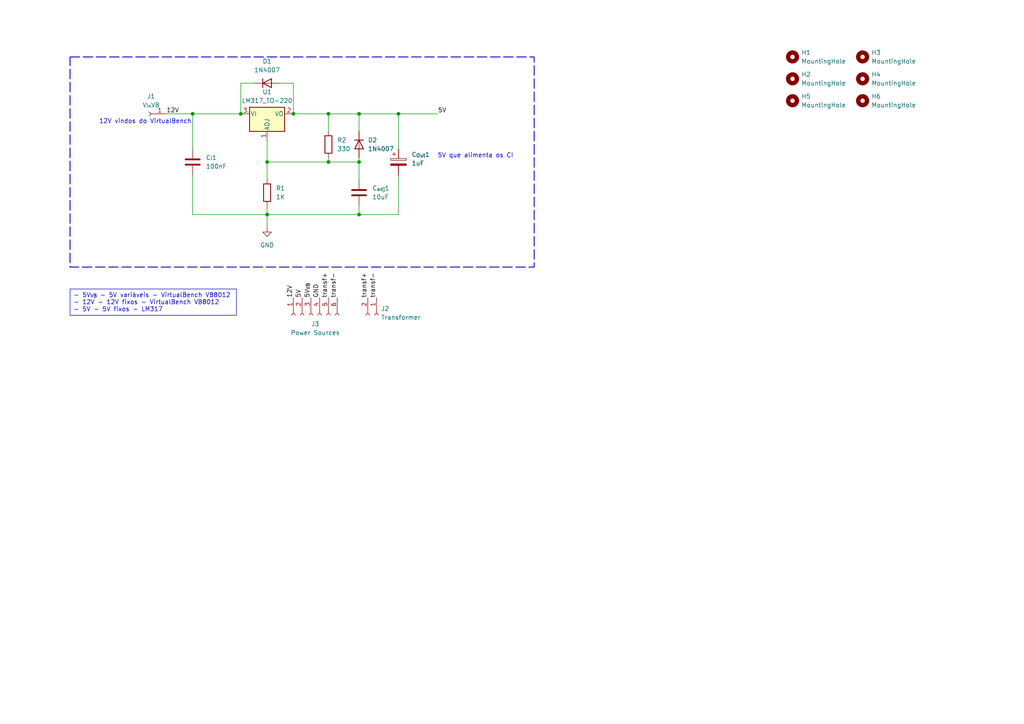
<source format=kicad_sch>
(kicad_sch (version 20231120) (generator "eeschema") (generator_version "8.0")
  (paper "A4")
  (lib_symbols
    (symbol "Connector:Conn_01x01_Socket" (pin_names (offset 1.016) hide)
      (property "Reference" "J" (at 0 2.54 0))
      (property "Value" "Conn_01x01_Socket" (at 0 -2.54 0))
      (symbol "Conn_01x01_Socket_1_1"
        (polyline (pts (xy -1.27 0) (xy -0.508 0)) (stroke (width 0.1524)))
        (arc (start 0 0.508) (mid -0.5058 0) (end 0 -0.508) (stroke (width 0.1524)))
        (pin passive line (at -5.08 0 0) (length 3.81) (name "Pin_1") (number "1"))
      )
    )
    (symbol "Connector:Conn_01x02_Socket" (pin_names (offset 1.016) hide)
      (property "Reference" "J" (at 0 2.54 0))
      (property "Value" "Conn_01x02_Socket" (at 0 -5.08 0))
      (symbol "Conn_01x02_Socket_1_1"
        (arc (start 0 -2.032) (mid -0.5058 -2.54) (end 0 -3.048) (stroke (width 0.1524)))
        (polyline (pts (xy -1.27 -2.54) (xy -0.508 -2.54)) (stroke (width 0.1524)))
        (polyline (pts (xy -1.27 0) (xy -0.508 0)) (stroke (width 0.1524)))
        (arc (start 0 0.508) (mid -0.5058 0) (end 0 -0.508) (stroke (width 0.1524)))
        (pin passive line (at -5.08 0 0) (length 3.81) (name "Pin_1") (number "1"))
        (pin passive line (at -5.08 -2.54 0) (length 3.81) (name "Pin_2") (number "2"))
      )
    )
    (symbol "Connector:Conn_01x06_Socket" (pin_names (offset 1.016) hide)
      (property "Reference" "J" (at 0 7.62 0))
      (property "Value" "Conn_01x06_Socket" (at 0 -10.16 0))
      (symbol "Conn_01x06_Socket_1_1"
        (arc (start 0 -7.112) (mid -0.5058 -7.62) (end 0 -8.128) (stroke (width 0.1524)))
        (arc (start 0 -4.572) (mid -0.5058 -5.08) (end 0 -5.588) (stroke (width 0.1524)))
        (arc (start 0 -2.032) (mid -0.5058 -2.54) (end 0 -3.048) (stroke (width 0.1524)))
        (polyline (pts (xy -1.27 -7.62) (xy -0.508 -7.62)) (stroke (width 0.1524)))
        (polyline (pts (xy -1.27 -5.08) (xy -0.508 -5.08)) (stroke (width 0.1524)))
        (polyline (pts (xy -1.27 -2.54) (xy -0.508 -2.54)) (stroke (width 0.1524)))
        (polyline (pts (xy -1.27 0) (xy -0.508 0)) (stroke (width 0.1524)))
        (polyline (pts (xy -1.27 2.54) (xy -0.508 2.54)) (stroke (width 0.1524)))
        (polyline (pts (xy -1.27 5.08) (xy -0.508 5.08)) (stroke (width 0.1524)))
        (arc (start 0 0.508) (mid -0.5058 0) (end 0 -0.508) (stroke (width 0.1524)))
        (arc (start 0 3.048) (mid -0.5058 2.54) (end 0 2.032) (stroke (width 0.1524)))
        (arc (start 0 5.588) (mid -0.5058 5.08) (end 0 4.572) (stroke (width 0.1524)))
        (pin passive line (at -5.08 5.08 0) (length 3.81) (name "Pin_1") (number "1"))
        (pin passive line (at -5.08 2.54 0) (length 3.81) (name "Pin_2") (number "2"))
        (pin passive line (at -5.08 0 0) (length 3.81) (name "Pin_3") (number "3"))
        (pin passive line (at -5.08 -2.54 0) (length 3.81) (name "Pin_4") (number "4"))
        (pin passive line (at -5.08 -5.08 0) (length 3.81) (name "Pin_5") (number "5"))
        (pin passive line (at -5.08 -7.62 0) (length 3.81) (name "Pin_6") (number "6"))
      )
    )
    (symbol "Device:C" (pin_numbers hide) (pin_names (offset 0.254))
      (property "Reference" "C" (at 0.635 2.54 0))
      (property "Value" "C" (at 0.635 -2.54 0))
      (symbol "C_0_1"
        (polyline (pts (xy -2.032 -0.762) (xy 2.032 -0.762)) (stroke (width 0.508)))
        (polyline (pts (xy -2.032 0.762) (xy 2.032 0.762)) (stroke (width 0.508)))
      )
      (symbol "C_1_1"
        (pin passive line (at 0 3.81 270) (length 2.794) (name "~") (number "1"))
        (pin passive line (at 0 -3.81 90) (length 2.794) (name "~") (number "2"))
      )
    )
    (symbol "Device:C_Polarized" (pin_numbers hide) (pin_names (offset 0.254))
      (property "Reference" "C" (at 0.635 2.54 0))
      (property "Value" "C_Polarized" (at 0.635 -2.54 0))
      (symbol "C_Polarized_0_1"
        (rectangle (start -2.286 0.508) (end 2.286 1.016))
        (polyline (pts (xy -1.778 2.286) (xy -0.762 2.286)))
        (polyline (pts (xy -1.27 2.794) (xy -1.27 1.778)))
        (rectangle (start 2.286 -0.508) (end -2.286 -1.016) (fill (type outline)))
      )
      (symbol "C_Polarized_1_1"
        (pin passive line (at 0 3.81 270) (length 2.794) (name "~") (number "1"))
        (pin passive line (at 0 -3.81 90) (length 2.794) (name "~") (number "2"))
      )
    )
    (symbol "Device:R" (pin_numbers hide) (pin_names (offset 0))
      (property "Reference" "R" (at 2.032 0 90))
      (property "Value" "R" (at 0 0 90))
      (symbol "R_0_1"
        (rectangle (start -1.016 -2.54) (end 1.016 2.54) (stroke (width 0.254)))
      )
      (symbol "R_1_1"
        (pin passive line (at 0 3.81 270) (length 1.27) (name "~") (number "1"))
        (pin passive line (at 0 -3.81 90) (length 1.27) (name "~") (number "2"))
      )
    )
    (symbol "Diode:1N4007" (pin_numbers hide) (pin_names hide)
      (property "Reference" "D" (at 0 2.54 0))
      (property "Value" "1N4007" (at 0 -2.54 0))
      (symbol "1N4007_0_1"
        (polyline (pts (xy -1.27 1.27) (xy -1.27 -1.27)) (stroke (width 0.254)))
        (polyline (pts (xy 1.27 0) (xy -1.27 0)))
        (polyline (pts (xy 1.27 1.27) (xy 1.27 -1.27) (xy -1.27 0) (xy 1.27 1.27)) (stroke (width 0.254)))
      )
      (symbol "1N4007_1_1"
        (pin passive line (at -3.81 0 0) (length 2.54) (name "K") (number "1"))
        (pin passive line (at 3.81 0 180) (length 2.54) (name "A") (number "2"))
      )
    )
    (symbol "Mechanical:MountingHole" (pin_names (offset 1.016)) (exclude_from_sim yes) (in_bom no)
      (property "Reference" "H" (at 0 5.08 0))
      (property "Value" "MountingHole" (at 0 3.175 0))
      (symbol "MountingHole_0_1"
        (circle (center 0 0) (radius 1.27) (stroke (width 1.27)))
      )
    )
    (symbol "Regulator_Linear:LM317_TO-220" (pin_names (offset 0.254))
      (property "Reference" "U" (at -3.81 3.175 0))
      (property "Value" "LM317_TO-220" (at 0 3.175 0))
      (symbol "LM317_TO-220_0_1"
        (rectangle (start -5.08 1.905) (end 5.08 -5.08) (stroke (width 0.254)) (fill (type background)))
      )
      (symbol "LM317_TO-220_1_1"
        (pin input line (at 0 -7.62 90) (length 2.54) (name "ADJ") (number "1"))
        (pin power_out line (at 7.62 0 180) (length 2.54) (name "VO") (number "2"))
        (pin power_in line (at -7.62 0 0) (length 2.54) (name "VI") (number "3"))
      )
    )
    (symbol "power:GND" (power) (pin_numbers hide) (pin_names (offset 0) hide)
      (property "Value" "GND" (at 0 -3.81 0))
      (symbol "GND_0_1"
        (polyline (pts (xy 0 0) (xy 0 -1.27) (xy 1.27 -1.27) (xy 0 -2.54) (xy -1.27 -1.27) (xy 0 -1.27)))
      )
      (symbol "GND_1_1"
        (pin power_in line (at 0 0 270) (length 0) (name "~") (number "1"))
      )
    )
  )
  (junction (at 69.85 33.02))
  (junction (at 95.25 46.99))
  (junction (at 77.47 46.99))
  (junction (at 104.14 62.23))
  (junction (at 104.14 33.02))
  (junction (at 55.88 33.02))
  (junction (at 77.47 62.23))
  (junction (at 95.25 33.02))
  (junction (at 115.57 33.02))
  (junction (at 104.14 46.99))
  (junction (at 85.09 33.02))
  (wire (pts (xy 115.57 50.8) (xy 115.57 62.23)))
  (wire (pts (xy 55.88 50.8) (xy 55.88 62.23)))
  (wire (pts (xy 115.57 33.02) (xy 127 33.02)))
  (wire (pts (xy 95.25 33.02) (xy 104.14 33.02)))
  (wire (pts (xy 77.47 62.23) (xy 104.14 62.23)))
  (wire (pts (xy 95.25 45.72) (xy 95.25 46.99)))
  (wire (pts (xy 77.47 40.64) (xy 77.47 46.99)))
  (wire (pts (xy 48.26 33.02) (xy 55.88 33.02)))
  (wire (pts (xy 77.47 46.99) (xy 95.25 46.99)))
  (wire (pts (xy 55.88 62.23) (xy 77.47 62.23)))
  (wire (pts (xy 55.88 33.02) (xy 55.88 43.18)))
  (wire (pts (xy 104.14 33.02) (xy 115.57 33.02)))
  (wire (pts (xy 115.57 33.02) (xy 115.57 43.18)))
  (wire (pts (xy 104.14 59.69) (xy 104.14 62.23)))
  (wire (pts (xy 85.09 24.13) (xy 85.09 33.02)))
  (wire (pts (xy 85.09 33.02) (xy 95.25 33.02)))
  (wire (pts (xy 73.66 24.13) (xy 69.85 24.13)))
  (wire (pts (xy 55.88 33.02) (xy 69.85 33.02)))
  (wire (pts (xy 81.28 24.13) (xy 85.09 24.13)))
  (wire (pts (xy 95.25 46.99) (xy 104.14 46.99)))
  (wire (pts (xy 77.47 59.69) (xy 77.47 62.23)))
  (wire (pts (xy 95.25 33.02) (xy 95.25 38.1)))
  (wire (pts (xy 69.85 24.13) (xy 69.85 33.02)))
  (wire (pts (xy 104.14 38.1) (xy 104.14 33.02)))
  (wire (pts (xy 77.47 62.23) (xy 77.47 66.04)))
  (wire (pts (xy 104.14 45.72) (xy 104.14 46.99)))
  (wire (pts (xy 115.57 62.23) (xy 104.14 62.23)))
  (wire (pts (xy 77.47 46.99) (xy 77.47 52.07)))
  (wire (pts (xy 104.14 46.99) (xy 104.14 52.07)))
  (rectangle (start 20.32 16.51) (end 154.94 77.47) (stroke (width 0.254) (type dash)))
  (text_box "- 5V_{VB} - 5V variáveis - VirtualBench VB8012\n- 12V - 12V fixos - VirtualBench VB8012\n- 5V - 5V fixos - LM317" (at 20.32 83.82 0) (size 48.26 7.62) (effects (font (size 1.27 1.27)) (justify left top)))
  (text "5V que alimenta os CI" (at 137.922 45.212 0) (effects (font (size 1.27 1.27))))
  (text "12V vindos do VirtualBench" (at 42.164 35.306 0) (effects (font (size 1.27 1.27))))
  (label "transf-" (at 97.79 86.36 90))
  (label "transf+" (at 106.68 86.36 90))
  (label "5V_{VB}" (at 90.17 86.36 90))
  (label "12V" (at 85.09 86.36 90))
  (label "12V" (at 48.26 33.02 0))
  (label "transf+" (at 95.25 86.36 90))
  (label "transf-" (at 109.22 86.36 90))
  (label "GND" (at 92.71 86.36 90))
  (label "5V" (at 87.63 86.36 90))
  (label "5V" (at 127 33.02 0))
  (symbol (lib_id "power:GND") (at 77.47 66.04 0) (unit 1)
    (property "Reference" "#PWR01" (effects (hide yes)))
    (property "Value" "GND" (at 77.47 71.12 0))
    (property "Description" "Power symbol creates a global label with name \"GND\" , ground" (effects (hide yes)))
  )
  (symbol (lib_id "Diode:1N4007") (at 104.14 41.91 270) (unit 1)
    (property "Reference" "D2" (at 106.68 40.6399 90) (effects (justify left)))
    (property "Value" "1N4007" (at 106.68 43.1799 90) (effects (justify left)))
    (property "Footprint" "Diode_THT:D_DO-41_SOD81_P10.16mm_Horizontal" (effects (hide yes)))
    (property "Datasheet" "http://www.vishay.com/docs/88503/1n4001.pdf" (effects (hide yes)))
    (property "Description" "1000V 1A General Purpose Rectifier Diode, DO-41" (effects (hide yes)))
    (property "Sim.Device" "D" (effects (hide yes)))
    (property "Sim.Pins" "1=K 2=A" (effects (hide yes)))
  )
  (symbol (lib_id "Diode:1N4007") (at 77.47 24.13 0) (unit 1)
    (property "Reference" "D1" (at 77.47 17.78 0))
    (property "Value" "1N4007" (at 77.47 20.32 0))
    (property "Footprint" "Diode_THT:D_DO-41_SOD81_P10.16mm_Horizontal" (effects (hide yes)))
    (property "Datasheet" "http://www.vishay.com/docs/88503/1n4001.pdf" (effects (hide yes)))
    (property "Description" "1000V 1A General Purpose Rectifier Diode, DO-41" (effects (hide yes)))
    (property "Sim.Device" "D" (effects (hide yes)))
    (property "Sim.Pins" "1=K 2=A" (effects (hide yes)))
  )
  (symbol (lib_id "Mechanical:MountingHole") (at 250.19 16.51 0) (unit 1) (exclude_from_sim yes) (in_bom no)
    (property "Reference" "H3" (at 252.73 15.2399 0) (effects (justify left)))
    (property "Value" "MountingHole" (at 252.73 17.7799 0) (effects (justify left)))
    (property "Footprint" "MountingHole:MountingHole_3.2mm_M3" (effects (hide yes)))
    (property "Description" "Mounting Hole without connection" (effects (hide yes)))
  )
  (symbol (lib_id "Connector:Conn_01x06_Socket") (at 90.17 91.44 90) (mirror x) (unit 1)
    (property "Reference" "J3" (at 91.44 93.98 90))
    (property "Value" "Power Sources" (at 91.44 96.52 90))
    (property "Footprint" "Connector_PinSocket_2.54mm:PinSocket_1x06_P2.54mm_Vertical" (effects (hide yes)))
    (property "Description" "Generic connector, single row, 01x06, script generated" (effects (hide yes)))
  )
  (symbol (lib_id "Device:C") (at 104.14 55.88 0) (unit 1)
    (property "Reference" "C_{adj}1" (at 107.95 54.6099 0) (effects (justify left)))
    (property "Value" "10uF" (at 107.95 57.1499 0) (effects (justify left)))
    (property "Footprint" "Capacitor_THT:CP_Radial_D5.0mm_P2.00mm" (effects (hide yes)))
    (property "Description" "Unpolarized capacitor" (effects (hide yes)))
  )
  (symbol (lib_id "Mechanical:MountingHole") (at 250.19 22.86 0) (unit 1) (exclude_from_sim yes) (in_bom no)
    (property "Reference" "H4" (at 252.73 21.5899 0) (effects (justify left)))
    (property "Value" "MountingHole" (at 252.73 24.1299 0) (effects (justify left)))
    (property "Footprint" "MountingHole:MountingHole_3.2mm_M3" (effects (hide yes)))
    (property "Description" "Mounting Hole without connection" (effects (hide yes)))
  )
  (symbol (lib_id "Device:R") (at 95.25 41.91 0) (unit 1)
    (property "Reference" "R2" (at 97.79 40.6399 0) (effects (justify left)))
    (property "Value" "330" (at 97.79 43.1799 0) (effects (justify left)))
    (property "Footprint" "Resistor_THT:R_Axial_DIN0207_L6.3mm_D2.5mm_P15.24mm_Horizontal" (effects (hide yes)))
    (property "Description" "Resistor" (effects (hide yes)))
  )
  (symbol (lib_id "Regulator_Linear:LM317_TO-220") (at 77.47 33.02 0) (unit 1)
    (property "Reference" "U1" (at 77.47 26.67 0))
    (property "Value" "LM317_TO-220" (at 77.47 29.21 0))
    (property "Footprint" "Package_TO_SOT_THT:TO-220-3_Vertical" (effects (hide yes)))
    (property "Datasheet" "http://www.ti.com/lit/ds/symlink/lm317.pdf" (effects (hide yes)))
    (property "Description" "1.5A 35V Adjustable Linear Regulator, TO-220" (effects (hide yes)))
  )
  (symbol (lib_id "Mechanical:MountingHole") (at 229.87 29.21 0) (unit 1) (exclude_from_sim yes) (in_bom no)
    (property "Reference" "H5" (at 232.41 27.9399 0) (effects (justify left)))
    (property "Value" "MountingHole" (at 232.41 30.4799 0) (effects (justify left)))
    (property "Footprint" "MountingHole:MountingHole_3.2mm_M3" (effects (hide yes)))
    (property "Description" "Mounting Hole without connection" (effects (hide yes)))
  )
  (symbol (lib_id "Mechanical:MountingHole") (at 229.87 16.51 0) (unit 1) (exclude_from_sim yes) (in_bom no)
    (property "Reference" "H1" (at 232.41 15.2399 0) (effects (justify left)))
    (property "Value" "MountingHole" (at 232.41 17.7799 0) (effects (justify left)))
    (property "Footprint" "MountingHole:MountingHole_3.2mm_M3" (effects (hide yes)))
    (property "Description" "Mounting Hole without connection" (effects (hide yes)))
  )
  (symbol (lib_id "Mechanical:MountingHole") (at 250.19 29.21 0) (unit 1) (exclude_from_sim yes) (in_bom no)
    (property "Reference" "H6" (at 252.73 27.9399 0) (effects (justify left)))
    (property "Value" "MountingHole" (at 252.73 30.4799 0) (effects (justify left)))
    (property "Footprint" "MountingHole:MountingHole_3.2mm_M3" (effects (hide yes)))
    (property "Description" "Mounting Hole without connection" (effects (hide yes)))
  )
  (symbol (lib_id "Connector:Conn_01x02_Socket") (at 109.22 91.44 270) (unit 1)
    (property "Reference" "J2" (at 110.49 89.5349 90) (effects (justify left)))
    (property "Value" "Transformer" (at 110.49 92.0749 90) (effects (justify left)))
    (property "Footprint" "Connector_PinSocket_2.54mm:PinSocket_1x02_P2.54mm_Vertical" (effects (hide yes)))
    (property "Description" "Generic connector, single row, 01x02, script generated" (effects (hide yes)))
  )
  (symbol (lib_id "Mechanical:MountingHole") (at 229.87 22.86 0) (unit 1) (exclude_from_sim yes) (in_bom no)
    (property "Reference" "H2" (at 232.41 21.5899 0) (effects (justify left)))
    (property "Value" "MountingHole" (at 232.41 24.1299 0) (effects (justify left)))
    (property "Footprint" "MountingHole:MountingHole_3.2mm_M3" (effects (hide yes)))
    (property "Description" "Mounting Hole without connection" (effects (hide yes)))
  )
  (symbol (lib_id "Device:R") (at 77.47 55.88 0) (unit 1)
    (property "Reference" "R1" (at 80.01 54.6099 0) (effects (justify left)))
    (property "Value" "1K" (at 80.01 57.1499 0) (effects (justify left)))
    (property "Footprint" "Resistor_THT:R_Axial_DIN0207_L6.3mm_D2.5mm_P15.24mm_Horizontal" (effects (hide yes)))
    (property "Description" "Resistor" (effects (hide yes)))
  )
  (symbol (lib_id "Device:C_Polarized") (at 115.57 46.99 0) (unit 1)
    (property "Reference" "C_{Out}1" (at 119.38 44.8309 0) (effects (justify left)))
    (property "Value" "1uF" (at 119.38 47.3709 0) (effects (justify left)))
    (property "Footprint" "Capacitor_THT:CP_Radial_D5.0mm_P2.00mm" (effects (hide yes)))
    (property "Description" "Polarized capacitor" (effects (hide yes)))
  )
  (symbol (lib_id "Device:C") (at 55.88 46.99 0) (unit 1)
    (property "Reference" "C_{i}1" (at 59.69 45.7199 0) (effects (justify left)))
    (property "Value" "100nF" (at 59.69 48.2599 0) (effects (justify left)))
    (property "Footprint" "Capacitor_THT:C_Disc_D5.1mm_W3.2mm_P5.00mm" (effects (hide yes)))
    (property "Description" "Unpolarized capacitor" (effects (hide yes)))
  )
  (symbol (lib_id "Connector:Conn_01x01_Socket") (at 43.18 33.02 180) (unit 1)
    (property "Reference" "J1" (at 43.815 27.94 0))
    (property "Value" "V_{in}VB" (at 43.815 30.48 0))
    (property "Footprint" "Connector_PinSocket_2.54mm:PinSocket_1x01_P2.54mm_Vertical" (effects (hide yes)))
    (property "Description" "Generic connector, single row, 01x01, script generated" (effects (hide yes)))
  )
)
</source>
